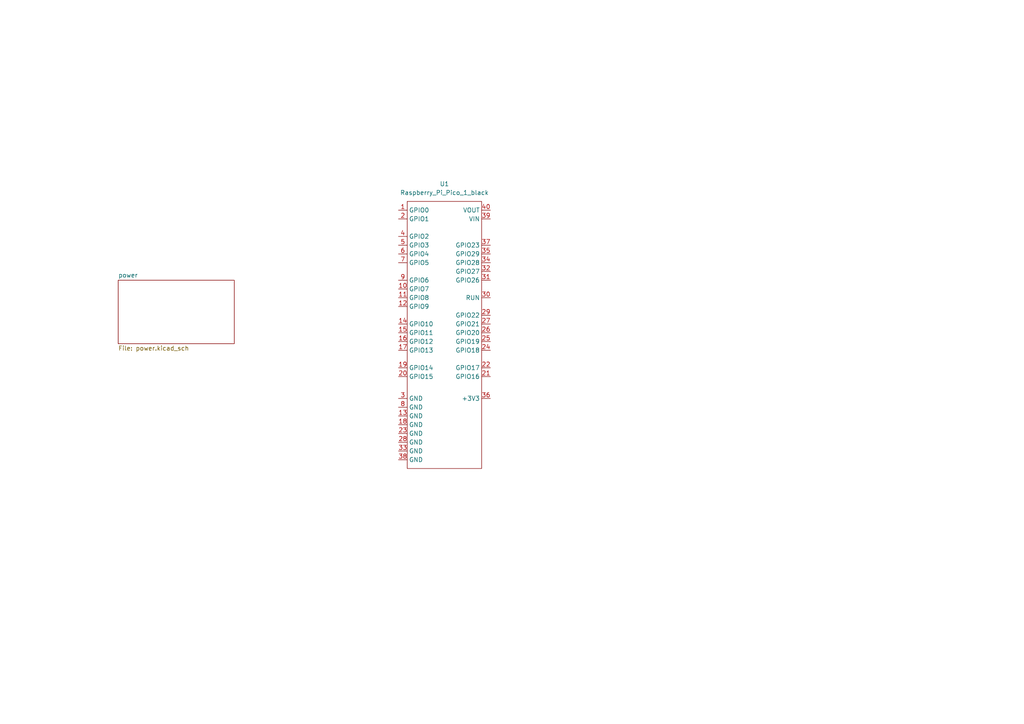
<source format=kicad_sch>
(kicad_sch
	(version 20231120)
	(generator "eeschema")
	(generator_version "8.0")
	(uuid "de6364f1-bd80-4035-8a4d-6ffedc0b9ada")
	(paper "A4")
	(lib_symbols
		(symbol "New_Library:Raspberry_Pi_Pico_1_black"
			(exclude_from_sim no)
			(in_bom yes)
			(on_board yes)
			(property "Reference" "U"
				(at -0.254 22.86 0)
				(effects
					(font
						(size 1.27 1.27)
					)
				)
			)
			(property "Value" "Raspberry_Pi_Pico_1_black"
				(at 3.81 10.922 0)
				(effects
					(font
						(size 1.27 1.27)
					)
				)
			)
			(property "Footprint" "Library:Raspberry_Pi_Pico_1_black"
				(at 0 0 0)
				(effects
					(font
						(size 1.27 1.27)
					)
					(hide yes)
				)
			)
			(property "Datasheet" ""
				(at 0 0 0)
				(effects
					(font
						(size 1.27 1.27)
					)
					(hide yes)
				)
			)
			(property "Description" ""
				(at 0 0 0)
				(effects
					(font
						(size 1.27 1.27)
					)
					(hide yes)
				)
			)
			(symbol "Raspberry_Pi_Pico_1_black_0_1"
				(rectangle
					(start -7.62 7.62)
					(end 13.97 -69.85)
					(stroke
						(width 0)
						(type default)
					)
					(fill
						(type none)
					)
				)
			)
			(symbol "Raspberry_Pi_Pico_1_black_1_1"
				(pin bidirectional line
					(at -10.16 5.08 0)
					(length 2.54)
					(name "GPIO0"
						(effects
							(font
								(size 1.27 1.27)
							)
						)
					)
					(number "1"
						(effects
							(font
								(size 1.27 1.27)
							)
						)
					)
				)
				(pin bidirectional line
					(at -10.16 -17.78 0)
					(length 2.54)
					(name "GPIO7"
						(effects
							(font
								(size 1.27 1.27)
							)
						)
					)
					(number "10"
						(effects
							(font
								(size 1.27 1.27)
							)
						)
					)
				)
				(pin bidirectional line
					(at -10.16 -20.32 0)
					(length 2.54)
					(name "GPIO8"
						(effects
							(font
								(size 1.27 1.27)
							)
						)
					)
					(number "11"
						(effects
							(font
								(size 1.27 1.27)
							)
						)
					)
				)
				(pin bidirectional line
					(at -10.16 -22.86 0)
					(length 2.54)
					(name "GPIO9"
						(effects
							(font
								(size 1.27 1.27)
							)
						)
					)
					(number "12"
						(effects
							(font
								(size 1.27 1.27)
							)
						)
					)
				)
				(pin bidirectional line
					(at -10.16 -54.61 0)
					(length 2.54)
					(name "GND"
						(effects
							(font
								(size 1.27 1.27)
							)
						)
					)
					(number "13"
						(effects
							(font
								(size 1.27 1.27)
							)
						)
					)
				)
				(pin bidirectional line
					(at -10.16 -27.94 0)
					(length 2.54)
					(name "GPIO10"
						(effects
							(font
								(size 1.27 1.27)
							)
						)
					)
					(number "14"
						(effects
							(font
								(size 1.27 1.27)
							)
						)
					)
				)
				(pin bidirectional line
					(at -10.16 -30.48 0)
					(length 2.54)
					(name "GPIO11"
						(effects
							(font
								(size 1.27 1.27)
							)
						)
					)
					(number "15"
						(effects
							(font
								(size 1.27 1.27)
							)
						)
					)
				)
				(pin bidirectional line
					(at -10.16 -33.02 0)
					(length 2.54)
					(name "GPIO12"
						(effects
							(font
								(size 1.27 1.27)
							)
						)
					)
					(number "16"
						(effects
							(font
								(size 1.27 1.27)
							)
						)
					)
				)
				(pin bidirectional line
					(at -10.16 -35.56 0)
					(length 2.54)
					(name "GPIO13"
						(effects
							(font
								(size 1.27 1.27)
							)
						)
					)
					(number "17"
						(effects
							(font
								(size 1.27 1.27)
							)
						)
					)
				)
				(pin bidirectional line
					(at -10.16 -57.15 0)
					(length 2.54)
					(name "GND"
						(effects
							(font
								(size 1.27 1.27)
							)
						)
					)
					(number "18"
						(effects
							(font
								(size 1.27 1.27)
							)
						)
					)
				)
				(pin bidirectional line
					(at -10.16 -40.64 0)
					(length 2.54)
					(name "GPIO14"
						(effects
							(font
								(size 1.27 1.27)
							)
						)
					)
					(number "19"
						(effects
							(font
								(size 1.27 1.27)
							)
						)
					)
				)
				(pin bidirectional line
					(at -10.16 2.54 0)
					(length 2.54)
					(name "GPIO1"
						(effects
							(font
								(size 1.27 1.27)
							)
						)
					)
					(number "2"
						(effects
							(font
								(size 1.27 1.27)
							)
						)
					)
				)
				(pin bidirectional line
					(at -10.16 -43.18 0)
					(length 2.54)
					(name "GPIO15"
						(effects
							(font
								(size 1.27 1.27)
							)
						)
					)
					(number "20"
						(effects
							(font
								(size 1.27 1.27)
							)
						)
					)
				)
				(pin bidirectional line
					(at 16.51 -43.18 180)
					(length 2.54)
					(name "GPIO16"
						(effects
							(font
								(size 1.27 1.27)
							)
						)
					)
					(number "21"
						(effects
							(font
								(size 1.27 1.27)
							)
						)
					)
				)
				(pin bidirectional line
					(at 16.51 -40.64 180)
					(length 2.54)
					(name "GPIO17"
						(effects
							(font
								(size 1.27 1.27)
							)
						)
					)
					(number "22"
						(effects
							(font
								(size 1.27 1.27)
							)
						)
					)
				)
				(pin bidirectional line
					(at -10.16 -59.69 0)
					(length 2.54)
					(name "GND"
						(effects
							(font
								(size 1.27 1.27)
							)
						)
					)
					(number "23"
						(effects
							(font
								(size 1.27 1.27)
							)
						)
					)
				)
				(pin bidirectional line
					(at 16.51 -35.56 180)
					(length 2.54)
					(name "GPIO18"
						(effects
							(font
								(size 1.27 1.27)
							)
						)
					)
					(number "24"
						(effects
							(font
								(size 1.27 1.27)
							)
						)
					)
				)
				(pin bidirectional line
					(at 16.51 -33.02 180)
					(length 2.54)
					(name "GPIO19"
						(effects
							(font
								(size 1.27 1.27)
							)
						)
					)
					(number "25"
						(effects
							(font
								(size 1.27 1.27)
							)
						)
					)
				)
				(pin bidirectional line
					(at 16.51 -30.48 180)
					(length 2.54)
					(name "GPIO20"
						(effects
							(font
								(size 1.27 1.27)
							)
						)
					)
					(number "26"
						(effects
							(font
								(size 1.27 1.27)
							)
						)
					)
				)
				(pin bidirectional line
					(at 16.51 -27.94 180)
					(length 2.54)
					(name "GPIO21"
						(effects
							(font
								(size 1.27 1.27)
							)
						)
					)
					(number "27"
						(effects
							(font
								(size 1.27 1.27)
							)
						)
					)
				)
				(pin bidirectional line
					(at -10.16 -62.23 0)
					(length 2.54)
					(name "GND"
						(effects
							(font
								(size 1.27 1.27)
							)
						)
					)
					(number "28"
						(effects
							(font
								(size 1.27 1.27)
							)
						)
					)
				)
				(pin bidirectional line
					(at 16.51 -25.4 180)
					(length 2.54)
					(name "GPIO22"
						(effects
							(font
								(size 1.27 1.27)
							)
						)
					)
					(number "29"
						(effects
							(font
								(size 1.27 1.27)
							)
						)
					)
				)
				(pin bidirectional line
					(at -10.16 -49.53 0)
					(length 2.54)
					(name "GND"
						(effects
							(font
								(size 1.27 1.27)
							)
						)
					)
					(number "3"
						(effects
							(font
								(size 1.27 1.27)
							)
						)
					)
				)
				(pin bidirectional line
					(at 16.51 -20.32 180)
					(length 2.54)
					(name "RUN"
						(effects
							(font
								(size 1.27 1.27)
							)
						)
					)
					(number "30"
						(effects
							(font
								(size 1.27 1.27)
							)
						)
					)
				)
				(pin bidirectional line
					(at 16.51 -15.24 180)
					(length 2.54)
					(name "GPIO26"
						(effects
							(font
								(size 1.27 1.27)
							)
						)
					)
					(number "31"
						(effects
							(font
								(size 1.27 1.27)
							)
						)
					)
				)
				(pin bidirectional line
					(at 16.51 -12.7 180)
					(length 2.54)
					(name "GPIO27"
						(effects
							(font
								(size 1.27 1.27)
							)
						)
					)
					(number "32"
						(effects
							(font
								(size 1.27 1.27)
							)
						)
					)
				)
				(pin bidirectional line
					(at -10.16 -64.77 0)
					(length 2.54)
					(name "GND"
						(effects
							(font
								(size 1.27 1.27)
							)
						)
					)
					(number "33"
						(effects
							(font
								(size 1.27 1.27)
							)
						)
					)
				)
				(pin bidirectional line
					(at 16.51 -10.16 180)
					(length 2.54)
					(name "GPIO28"
						(effects
							(font
								(size 1.27 1.27)
							)
						)
					)
					(number "34"
						(effects
							(font
								(size 1.27 1.27)
							)
						)
					)
				)
				(pin bidirectional line
					(at 16.51 -7.62 180)
					(length 2.54)
					(name "GPIO29"
						(effects
							(font
								(size 1.27 1.27)
							)
						)
					)
					(number "35"
						(effects
							(font
								(size 1.27 1.27)
							)
						)
					)
				)
				(pin bidirectional line
					(at 16.51 -49.53 180)
					(length 2.54)
					(name "+3V3"
						(effects
							(font
								(size 1.27 1.27)
							)
						)
					)
					(number "36"
						(effects
							(font
								(size 1.27 1.27)
							)
						)
					)
				)
				(pin bidirectional line
					(at 16.51 -5.08 180)
					(length 2.54)
					(name "GPIO23"
						(effects
							(font
								(size 1.27 1.27)
							)
						)
					)
					(number "37"
						(effects
							(font
								(size 1.27 1.27)
							)
						)
					)
				)
				(pin bidirectional line
					(at -10.16 -67.31 0)
					(length 2.54)
					(name "GND"
						(effects
							(font
								(size 1.27 1.27)
							)
						)
					)
					(number "38"
						(effects
							(font
								(size 1.27 1.27)
							)
						)
					)
				)
				(pin bidirectional line
					(at 16.51 2.54 180)
					(length 2.54)
					(name "VIN"
						(effects
							(font
								(size 1.27 1.27)
							)
						)
					)
					(number "39"
						(effects
							(font
								(size 1.27 1.27)
							)
						)
					)
				)
				(pin bidirectional line
					(at -10.16 -2.54 0)
					(length 2.54)
					(name "GPIO2"
						(effects
							(font
								(size 1.27 1.27)
							)
						)
					)
					(number "4"
						(effects
							(font
								(size 1.27 1.27)
							)
						)
					)
				)
				(pin bidirectional line
					(at 16.51 5.08 180)
					(length 2.54)
					(name "VOUT"
						(effects
							(font
								(size 1.27 1.27)
							)
						)
					)
					(number "40"
						(effects
							(font
								(size 1.27 1.27)
							)
						)
					)
				)
				(pin bidirectional line
					(at -10.16 -5.08 0)
					(length 2.54)
					(name "GPIO3"
						(effects
							(font
								(size 1.27 1.27)
							)
						)
					)
					(number "5"
						(effects
							(font
								(size 1.27 1.27)
							)
						)
					)
				)
				(pin bidirectional line
					(at -10.16 -7.62 0)
					(length 2.54)
					(name "GPIO4"
						(effects
							(font
								(size 1.27 1.27)
							)
						)
					)
					(number "6"
						(effects
							(font
								(size 1.27 1.27)
							)
						)
					)
				)
				(pin bidirectional line
					(at -10.16 -10.16 0)
					(length 2.54)
					(name "GPIO5"
						(effects
							(font
								(size 1.27 1.27)
							)
						)
					)
					(number "7"
						(effects
							(font
								(size 1.27 1.27)
							)
						)
					)
				)
				(pin bidirectional line
					(at -10.16 -52.07 0)
					(length 2.54)
					(name "GND"
						(effects
							(font
								(size 1.27 1.27)
							)
						)
					)
					(number "8"
						(effects
							(font
								(size 1.27 1.27)
							)
						)
					)
				)
				(pin bidirectional line
					(at -10.16 -15.24 0)
					(length 2.54)
					(name "GPIO6"
						(effects
							(font
								(size 1.27 1.27)
							)
						)
					)
					(number "9"
						(effects
							(font
								(size 1.27 1.27)
							)
						)
					)
				)
			)
		)
	)
	(symbol
		(lib_id "New_Library:Raspberry_Pi_Pico_1_black")
		(at 125.73 66.04 0)
		(unit 1)
		(exclude_from_sim no)
		(in_bom yes)
		(on_board yes)
		(dnp no)
		(fields_autoplaced yes)
		(uuid "5da0e6dc-6b67-4bab-bda3-2ec936b600e3")
		(property "Reference" "U1"
			(at 128.905 53.34 0)
			(effects
				(font
					(size 1.27 1.27)
				)
			)
		)
		(property "Value" "Raspberry_Pi_Pico_1_black"
			(at 128.905 55.88 0)
			(effects
				(font
					(size 1.27 1.27)
				)
			)
		)
		(property "Footprint" "Library:Raspberry_Pi_Pico_1_black"
			(at 125.73 66.04 0)
			(effects
				(font
					(size 1.27 1.27)
				)
				(hide yes)
			)
		)
		(property "Datasheet" ""
			(at 125.73 66.04 0)
			(effects
				(font
					(size 1.27 1.27)
				)
				(hide yes)
			)
		)
		(property "Description" ""
			(at 125.73 66.04 0)
			(effects
				(font
					(size 1.27 1.27)
				)
				(hide yes)
			)
		)
		(pin "20"
			(uuid "e554e9f9-3c71-4933-bad8-25a86029ac9a")
		)
		(pin "1"
			(uuid "977e379e-5dfc-4094-b80b-aed6f592fc8c")
		)
		(pin "11"
			(uuid "f68c8ef9-c93a-41c6-ba71-d631230bdf35")
		)
		(pin "21"
			(uuid "42626f48-c53f-401e-9f03-987c95662253")
		)
		(pin "26"
			(uuid "73acdce3-7e8a-4150-9b70-4e3482ca103b")
		)
		(pin "3"
			(uuid "b65688e9-74e8-4383-926d-e86fba5a5326")
		)
		(pin "36"
			(uuid "e50fee14-924b-462b-80b8-fa3ce7507ce6")
		)
		(pin "37"
			(uuid "ad466744-3f56-43b0-9fd9-5a65f1a0e1de")
		)
		(pin "18"
			(uuid "71da8991-4c9e-49da-87d2-cb789bd4fa2b")
		)
		(pin "16"
			(uuid "8a1a8683-174e-4668-b114-02648be7c630")
		)
		(pin "17"
			(uuid "0e286c79-ec75-4b98-a755-a74f5dc365c8")
		)
		(pin "30"
			(uuid "3cbfa2da-7129-4d8a-b705-3c3c9e6464ef")
		)
		(pin "15"
			(uuid "337688b2-8201-4525-9d32-5a26c974a170")
		)
		(pin "12"
			(uuid "4d0df72c-0319-4d94-a514-de0ce2320775")
		)
		(pin "24"
			(uuid "079f5b65-c323-4c7b-bb63-9cdf5fa13a17")
		)
		(pin "29"
			(uuid "8d3ca60b-6a79-40cf-affb-e81bb1767eab")
		)
		(pin "34"
			(uuid "295f9a82-a0f7-4a5d-a6ae-e10fe9a5f039")
		)
		(pin "39"
			(uuid "10f6a326-1ed3-4bec-a487-8f9d5e8158d1")
		)
		(pin "4"
			(uuid "1d136c61-ee7a-4bbd-baea-73f47b5c3b6f")
		)
		(pin "33"
			(uuid "c423750e-3e78-4ccf-90d7-c38d2c8ee227")
		)
		(pin "2"
			(uuid "64ec4717-1630-48a9-879b-e9ec2cdbb48f")
		)
		(pin "19"
			(uuid "081ad27b-6438-4bdc-b6ec-7de6fdc9b2c5")
		)
		(pin "27"
			(uuid "6777382a-48ad-4464-a366-9e1735f788bf")
		)
		(pin "14"
			(uuid "8aa8e4c4-22b5-4707-8ada-de89322c95d3")
		)
		(pin "31"
			(uuid "989cc88d-b721-400f-ab40-507f4587c48f")
		)
		(pin "13"
			(uuid "01b1cc47-0b4e-4933-a989-5e09ee4413d0")
		)
		(pin "32"
			(uuid "6d1e503f-145e-473d-a7a4-83e779680057")
		)
		(pin "35"
			(uuid "9a0a50dd-b889-43df-b5c4-1edf47968d9c")
		)
		(pin "23"
			(uuid "cf078a51-0bc0-4cce-8e9f-4884a8c62045")
		)
		(pin "28"
			(uuid "25f17750-9dbe-40ac-bf43-73e33fb91110")
		)
		(pin "40"
			(uuid "cbfd74ef-a139-4620-87a3-8633f0bdc2f4")
		)
		(pin "5"
			(uuid "d5d8770e-3d1a-4b1b-96e9-c874d20667d9")
		)
		(pin "38"
			(uuid "cf7bd24e-08c7-4dc9-99a9-52375342c4ce")
		)
		(pin "10"
			(uuid "25f88540-84d8-42e9-80df-0e20e4868b28")
		)
		(pin "25"
			(uuid "9c10aedc-8949-4be4-a708-7661f87f240a")
		)
		(pin "22"
			(uuid "6dfa5114-861f-475d-a09a-965f8f90c494")
		)
		(pin "6"
			(uuid "f037dafe-1daf-434e-b939-45a014abc980")
		)
		(pin "7"
			(uuid "28dab3b5-fd67-44d5-955d-10d652c56bfc")
		)
		(pin "8"
			(uuid "8a892046-3d72-44a1-be80-d290ccd10e62")
		)
		(pin "9"
			(uuid "d82d407b-54dd-4c51-a070-1a8c8213c4b4")
		)
		(instances
			(project ""
				(path "/de6364f1-bd80-4035-8a4d-6ffedc0b9ada"
					(reference "U1")
					(unit 1)
				)
			)
		)
	)
	(sheet
		(at 34.29 81.28)
		(size 33.655 18.415)
		(fields_autoplaced yes)
		(stroke
			(width 0.1524)
			(type solid)
		)
		(fill
			(color 0 0 0 0.0000)
		)
		(uuid "5469aea3-67c7-4bfb-8d98-9b4ec452b81b")
		(property "Sheetname" "power"
			(at 34.29 80.5684 0)
			(effects
				(font
					(size 1.27 1.27)
				)
				(justify left bottom)
			)
		)
		(property "Sheetfile" "power.kicad_sch"
			(at 34.29 100.2796 0)
			(effects
				(font
					(size 1.27 1.27)
				)
				(justify left top)
			)
		)
		(instances
			(project "control-and-power"
				(path "/de6364f1-bd80-4035-8a4d-6ffedc0b9ada"
					(page "2")
				)
			)
		)
	)
	(sheet_instances
		(path "/"
			(page "1")
		)
	)
)

</source>
